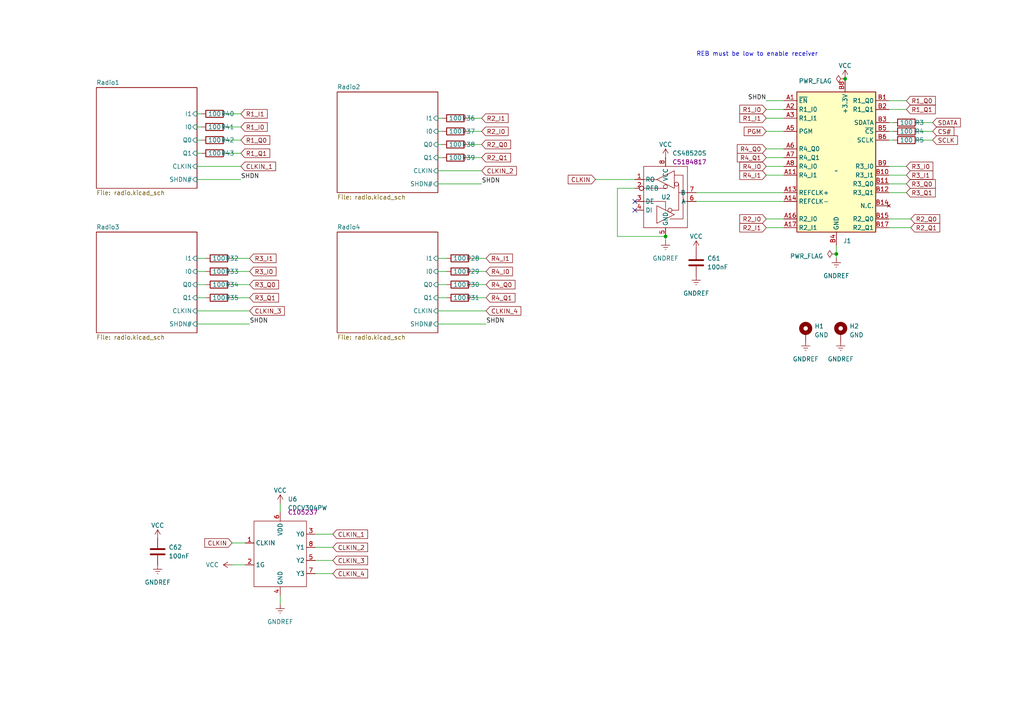
<source format=kicad_sch>
(kicad_sch (version 20231120) (generator "eeschema") (generator_version "8.0")
  (paper "A4")
  (lib_symbols
    (symbol "Device:C" (pin_numbers hide) (pin_names (offset 0.254))
      (property "Reference" "C" (at 0.635 2.54 0))
      (property "Value" "C" (at 0.635 -2.54 0))
      (symbol "C_0_1"
        (polyline (pts (xy -2.032 -0.762) (xy 2.032 -0.762)) (stroke (width 0.508)))
        (polyline (pts (xy -2.032 0.762) (xy 2.032 0.762)) (stroke (width 0.508)))
      )
      (symbol "C_1_1"
        (pin passive line (at 0 3.81 270) (length 2.794) (name "~") (number "1"))
        (pin passive line (at 0 -3.81 90) (length 2.794) (name "~") (number "2"))
      )
    )
    (symbol "Device:R" (pin_numbers hide) (pin_names (offset 0))
      (property "Reference" "R" (at 2.032 0 90))
      (property "Value" "R" (at 0 0 90))
      (symbol "R_0_1"
        (rectangle (start -1.016 -2.54) (end 1.016 2.54) (stroke (width 0.254)))
      )
      (symbol "R_1_1"
        (pin passive line (at 0 3.81 270) (length 1.27) (name "~") (number "1"))
        (pin passive line (at 0 -3.81 90) (length 1.27) (name "~") (number "2"))
      )
    )
    (symbol "Mechanical:MountingHole_Pad" (pin_numbers hide) (pin_names (offset 1.016) hide) (exclude_from_sim yes) (in_bom no)
      (property "Reference" "H" (at 0 6.35 0))
      (property "Value" "MountingHole_Pad" (at 0 4.445 0))
      (symbol "MountingHole_Pad_0_1"
        (circle (center 0 1.27) (radius 1.27) (stroke (width 1.27)))
      )
      (symbol "MountingHole_Pad_1_1"
        (pin input line (at 0 -2.54 90) (length 2.54) (name "1") (number "1"))
      )
    )
    (symbol "power:GNDREF" (power) (pin_numbers hide) (pin_names (offset 0) hide)
      (property "Value" "GNDREF" (at 0 -3.81 0))
      (symbol "GNDREF_0_1"
        (polyline (pts (xy -0.635 -1.905) (xy 0.635 -1.905)))
        (polyline (pts (xy -0.127 -2.54) (xy 0.127 -2.54)))
        (polyline (pts (xy 0 -1.27) (xy 0 0)))
        (polyline (pts (xy 1.27 -1.27) (xy -1.27 -1.27)))
      )
      (symbol "GNDREF_1_1"
        (pin power_in line (at 0 0 270) (length 0) (name "~") (number "1"))
      )
    )
    (symbol "power:PWR_FLAG" (power) (pin_numbers hide) (pin_names (offset 0) hide)
      (property "Value" "PWR_FLAG" (at 0 3.81 0))
      (symbol "PWR_FLAG_0_0"
        (pin power_out line (at 0 0 90) (length 0) (name "~") (number "1"))
      )
      (symbol "PWR_FLAG_0_1"
        (polyline (pts (xy 0 0) (xy 0 1.27) (xy -1.016 1.905) (xy 0 2.54) (xy 1.016 1.905) (xy 0 1.27)))
      )
    )
    (symbol "power:VCC" (power) (pin_numbers hide) (pin_names (offset 0) hide)
      (property "Value" "VCC" (at 0 3.556 0))
      (symbol "VCC_0_1"
        (polyline (pts (xy -0.762 1.27) (xy 0 2.54)))
        (polyline (pts (xy 0 0) (xy 0 2.54)))
        (polyline (pts (xy 0 2.54) (xy 0.762 1.27)))
      )
      (symbol "VCC_1_1"
        (pin power_in line (at 0 0 90) (length 0) (name "~") (number "1"))
      )
    )
    (symbol "tart:CS48520S"
      (property "Reference" "U" (at -3.81 7.62 0))
      (property "Value" "CS48520S" (at 5.08 10.16 0))
      (property "LCSC" "C5184817" (at -7.62 -11.43 0))
      (symbol "CS48520S_0_1"
        (rectangle (start -6.35 8.89) (end 6.35 -8.89))
        (polyline (pts (xy 2.54 -5.08) (xy -2.54 -2.54) (xy -2.54 -7.62) (xy 2.54 -5.08)))
      )
      (symbol "CS48520S_1_1"
        (circle (center -0.0415 2.9931) (radius 0.5843))
        (polyline (pts (xy -6.35 2.54) (xy 0 2.54)))
        (polyline (pts (xy -2.54 5.08) (xy -6.35 5.08)))
        (polyline (pts (xy -6.35 -1.27) (xy 0 -1.27) (xy 0 -3.81)))
        (polyline (pts (xy 3.81 1.27) (xy 3.81 -3.81) (xy 1.8291 -3.8245)))
        (polyline (pts (xy 5.08 -1.27) (xy 5.08 6.35) (xy 2.54 6.35)))
        (polyline (pts (xy 6.35 1.27) (xy 3.81 1.27) (xy 3.81 3.81)))
        (polyline (pts (xy 2.54 7.62) (xy -2.54 5.08) (xy 2.54 2.54) (xy 2.54 7.62)))
        (polyline (pts (xy 6.35 -1.27) (xy 5.08 -1.27) (xy 5.08 -6.35) (xy 1.27 -6.35)))
        (circle (center 1.27 -3.81) (radius 0.5843))
        (circle (center 3.1594 3.7414) (radius 0.5843))
        (pin output line (at -8.89 5.08 0) (length 2.54) (name "RO") (number "1"))
        (pin input inverted (at -8.89 2.54 0) (length 2.54) (name "REB") (number "2"))
        (pin input line (at -8.89 -1.27 0) (length 2.54) (name "DE") (number "3"))
        (pin input line (at -8.89 -3.81 0) (length 2.54) (name "DI") (number "4"))
        (pin power_in line (at 0 -11.43 90) (length 2.54) (name "GND") (number "5"))
        (pin bidirectional line (at 8.89 -1.27 180) (length 2.54) (name "A") (number "6"))
        (pin bidirectional line (at 8.89 1.27 180) (length 2.54) (name "B") (number "7"))
        (pin power_in line (at 0 11.43 270) (length 2.54) (name "VCC") (number "8"))
      )
    )
    (symbol "tart:LMK1C1104"
      (property "Reference" "U" (at 0 -0.254 0))
      (property "LCSC" "C2859546" (at 0 0 0))
      (symbol "LMK1C1104_0_1"
        (rectangle (start -7.62 8.89) (end 7.62 -10.16))
      )
      (symbol "LMK1C1104_1_1"
        (pin input line (at -10.16 2.54 0) (length 2.54) (name "CLKIN") (number "1"))
        (pin input line (at -10.16 -3.81 0) (length 2.54) (name "1G") (number "2"))
        (pin output line (at 10.16 5.08 180) (length 2.54) (name "Y0") (number "3"))
        (pin power_in line (at 0 -12.7 90) (length 2.54) (name "GND") (number "4"))
        (pin output line (at 10.16 -2.54 180) (length 2.54) (name "Y2") (number "5"))
        (pin power_in line (at 0 11.43 270) (length 2.54) (name "VDD") (number "6"))
        (pin output line (at 10.16 -6.35 180) (length 2.54) (name "Y3") (number "7"))
        (pin output line (at 10.16 1.27 180) (length 2.54) (name "Y1") (number "8"))
      )
    )
    (symbol "tart:TART-PCI-e Edge"
      (property "Reference" "J" (at 0 0 0))
      (symbol "TART-PCI-e Edge_0_1"
        (rectangle (start -11.43 22.86) (end 11.43 -17.78) (stroke (width 0.254)) (fill (type background)))
      )
      (symbol "TART-PCI-e Edge_1_1"
        (pin input line (at -15.24 20.32 0) (length 3.81) (name "~{EN}") (number "A1"))
        (pin passive line (at 2.54 26.67 270) (length 3.81) hide (name "+3.3V") (number "A10"))
        (pin output line (at -15.24 -1.27 0) (length 3.81) (name "R4_I1") (number "A11"))
        (pin passive line (at 0 -21.59 90) (length 3.81) hide (name "GND") (number "A12"))
        (pin input line (at -15.24 -6.35 0) (length 3.81) (name "REFCLK+") (number "A13"))
        (pin input line (at -15.24 -8.89 0) (length 3.81) (name "REFCLK-") (number "A14"))
        (pin passive line (at 0 -21.59 90) (length 3.81) hide (name "GND") (number "A15"))
        (pin output line (at -15.24 -13.97 0) (length 3.81) (name "R2_I0") (number "A16"))
        (pin output line (at -15.24 -16.51 0) (length 3.81) (name "R2_I1") (number "A17"))
        (pin passive line (at 0 -21.59 90) (length 3.81) hide (name "GND") (number "A18"))
        (pin output line (at -15.24 17.78 0) (length 3.81) (name "R1_I0") (number "A2"))
        (pin output line (at -15.24 15.24 0) (length 3.81) (name "R1_I1") (number "A3"))
        (pin passive line (at 0 -21.59 90) (length 3.81) hide (name "GND") (number "A4"))
        (pin input line (at -15.24 11.43 0) (length 3.81) (name "PGM") (number "A5"))
        (pin output line (at -15.24 6.35 0) (length 3.81) (name "R4_Q0") (number "A6"))
        (pin output line (at -15.24 3.81 0) (length 3.81) (name "R4_Q1") (number "A7"))
        (pin output line (at -15.24 1.27 0) (length 3.81) (name "R4_I0") (number "A8"))
        (pin passive line (at 2.54 26.67 270) (length 3.81) hide (name "+3.3V") (number "A9"))
        (pin output line (at 15.24 20.32 180) (length 3.81) (name "R1_Q0") (number "B1"))
        (pin output line (at 15.24 -1.27 180) (length 3.81) (name "R3_I1") (number "B10"))
        (pin output line (at 15.24 -3.81 180) (length 3.81) (name "R3_Q0") (number "B11"))
        (pin output line (at 15.24 -6.35 180) (length 3.81) (name "R3_Q1") (number "B12"))
        (pin passive line (at 0 -21.59 90) (length 3.81) hide (name "GND") (number "B13"))
        (pin no_connect line (at 15.24 -10.16 180) (length 3.81) (name "N.C.") (number "B14"))
        (pin output line (at 15.24 -13.97 180) (length 3.81) (name "R2_Q0") (number "B15"))
        (pin passive line (at 0 -21.59 90) (length 3.81) hide (name "GND") (number "B16"))
        (pin output line (at 15.24 -16.51 180) (length 3.81) (name "R2_Q1") (number "B17"))
        (pin passive line (at 0 -21.59 90) (length 3.81) hide (name "GND") (number "B18"))
        (pin output line (at 15.24 17.78 180) (length 3.81) (name "R1_Q1") (number "B2"))
        (pin input line (at 15.24 13.97 180) (length 3.81) (name "SDATA") (number "B3"))
        (pin power_in line (at 0 -21.59 90) (length 3.81) (name "GND") (number "B4"))
        (pin input line (at 15.24 11.43 180) (length 3.81) (name "~{CS}") (number "B5"))
        (pin input line (at 15.24 8.89 180) (length 3.81) (name "SCLK") (number "B6"))
        (pin passive line (at 0 -21.59 90) (length 3.81) hide (name "GND") (number "B7"))
        (pin power_in line (at 2.54 26.67 270) (length 3.81) (name "+3.3V") (number "B8"))
        (pin output line (at 15.24 1.27 180) (length 3.81) (name "R3_I0") (number "B9"))
      )
    )
  )
  (junction (at 242.57 73.66))
  (junction (at 245.11 22.86))
  (junction (at 193.04 68.58))
  (no_connect (at 184.15 58.42))
  (no_connect (at 184.15 60.96))
  (wire (pts (xy 127 41.91) (xy 128.27 41.91)))
  (wire (pts (xy 67.31 74.93) (xy 72.39 74.93)))
  (wire (pts (xy 137.16 78.74) (xy 140.97 78.74)))
  (wire (pts (xy 57.15 90.17) (xy 72.39 90.17)))
  (wire (pts (xy 242.57 71.12) (xy 242.57 73.66)))
  (wire (pts (xy 127 90.17) (xy 140.97 90.17)))
  (wire (pts (xy 127 38.1) (xy 128.27 38.1)))
  (wire (pts (xy 67.31 157.48) (xy 71.12 157.48)))
  (wire (pts (xy 67.31 78.74) (xy 72.39 78.74)))
  (wire (pts (xy 57.15 44.45) (xy 58.42 44.45)))
  (wire (pts (xy 257.81 31.75) (xy 262.89 31.75)))
  (wire (pts (xy 257.81 53.34) (xy 262.89 53.34)))
  (wire (pts (xy 91.44 154.94) (xy 96.52 154.94)))
  (wire (pts (xy 66.04 36.83) (xy 69.85 36.83)))
  (wire (pts (xy 67.31 163.83) (xy 71.12 163.83)))
  (wire (pts (xy 57.15 86.36) (xy 59.69 86.36)))
  (wire (pts (xy 266.7 38.1) (xy 270.51 38.1)))
  (wire (pts (xy 137.16 82.55) (xy 140.97 82.55)))
  (wire (pts (xy 222.25 50.8) (xy 227.33 50.8)))
  (wire (pts (xy 179.07 68.58) (xy 193.04 68.58)))
  (wire (pts (xy 66.04 40.64) (xy 69.85 40.64)))
  (wire (pts (xy 242.57 73.66) (xy 242.57 74.93)))
  (wire (pts (xy 266.7 40.64) (xy 270.51 40.64)))
  (wire (pts (xy 127 49.53) (xy 139.7 49.53)))
  (wire (pts (xy 257.81 63.5) (xy 264.16 63.5)))
  (wire (pts (xy 257.81 55.88) (xy 262.89 55.88)))
  (wire (pts (xy 257.81 48.26) (xy 262.89 48.26)))
  (wire (pts (xy 91.44 166.37) (xy 96.52 166.37)))
  (wire (pts (xy 66.04 33.02) (xy 69.85 33.02)))
  (wire (pts (xy 57.15 40.64) (xy 58.42 40.64)))
  (wire (pts (xy 222.25 31.75) (xy 227.33 31.75)))
  (wire (pts (xy 57.15 93.98) (xy 72.39 93.98)))
  (wire (pts (xy 257.81 38.1) (xy 259.08 38.1)))
  (wire (pts (xy 222.25 43.18) (xy 227.33 43.18)))
  (wire (pts (xy 201.93 55.88) (xy 227.33 55.88)))
  (wire (pts (xy 201.93 58.42) (xy 227.33 58.42)))
  (wire (pts (xy 135.89 41.91) (xy 139.7 41.91)))
  (wire (pts (xy 127 93.98) (xy 140.97 93.98)))
  (wire (pts (xy 135.89 38.1) (xy 139.7 38.1)))
  (wire (pts (xy 67.31 82.55) (xy 72.39 82.55)))
  (wire (pts (xy 127 78.74) (xy 129.54 78.74)))
  (wire (pts (xy 127 74.93) (xy 129.54 74.93)))
  (wire (pts (xy 91.44 158.75) (xy 96.52 158.75)))
  (wire (pts (xy 137.16 74.93) (xy 140.97 74.93)))
  (wire (pts (xy 172.72 52.07) (xy 184.15 52.07)))
  (wire (pts (xy 257.81 50.8) (xy 262.89 50.8)))
  (wire (pts (xy 257.81 35.56) (xy 259.08 35.56)))
  (wire (pts (xy 257.81 40.64) (xy 259.08 40.64)))
  (wire (pts (xy 222.25 48.26) (xy 227.33 48.26)))
  (wire (pts (xy 135.89 34.29) (xy 139.7 34.29)))
  (wire (pts (xy 222.25 34.29) (xy 227.33 34.29)))
  (wire (pts (xy 179.07 54.61) (xy 179.07 68.58)))
  (wire (pts (xy 266.7 35.56) (xy 270.51 35.56)))
  (wire (pts (xy 127 45.72) (xy 128.27 45.72)))
  (wire (pts (xy 67.31 86.36) (xy 72.39 86.36)))
  (wire (pts (xy 57.15 74.93) (xy 59.69 74.93)))
  (wire (pts (xy 222.25 66.04) (xy 227.33 66.04)))
  (wire (pts (xy 81.28 172.72) (xy 81.28 175.26)))
  (wire (pts (xy 57.15 78.74) (xy 59.69 78.74)))
  (wire (pts (xy 222.25 45.72) (xy 227.33 45.72)))
  (wire (pts (xy 193.04 69.85) (xy 193.04 68.58)))
  (wire (pts (xy 57.15 82.55) (xy 59.69 82.55)))
  (wire (pts (xy 257.81 66.04) (xy 264.16 66.04)))
  (wire (pts (xy 222.25 29.21) (xy 227.33 29.21)))
  (wire (pts (xy 127 53.34) (xy 139.7 53.34)))
  (wire (pts (xy 66.04 44.45) (xy 69.85 44.45)))
  (wire (pts (xy 57.15 33.02) (xy 58.42 33.02)))
  (wire (pts (xy 257.81 29.21) (xy 262.89 29.21)))
  (wire (pts (xy 184.15 54.61) (xy 179.07 54.61)))
  (wire (pts (xy 57.15 36.83) (xy 58.42 36.83)))
  (wire (pts (xy 137.16 86.36) (xy 140.97 86.36)))
  (wire (pts (xy 135.89 45.72) (xy 139.7 45.72)))
  (wire (pts (xy 222.25 38.1) (xy 227.33 38.1)))
  (wire (pts (xy 222.25 63.5) (xy 227.33 63.5)))
  (wire (pts (xy 127 86.36) (xy 129.54 86.36)))
  (wire (pts (xy 91.44 162.56) (xy 96.52 162.56)))
  (wire (pts (xy 127 34.29) (xy 128.27 34.29)))
  (wire (pts (xy 57.15 52.07) (xy 69.85 52.07)))
  (wire (pts (xy 81.28 146.05) (xy 81.28 148.59)))
  (wire (pts (xy 57.15 48.26) (xy 69.85 48.26)))
  (wire (pts (xy 127 82.55) (xy 129.54 82.55)))
  (text "REB must be low to enable receiver" (at 201.93 16.51 0) (effects (font (size 1.27 1.27)) (justify left bottom)))
  (label "SHDN" (at 72.39 93.98 0))
  (label "SHDN" (at 222.25 29.21 180))
  (label "SHDN" (at 139.7 53.34 0))
  (label "SHDN" (at 140.97 93.98 0))
  (label "SHDN" (at 69.85 52.07 0))
  (global_label "CLKIN_4" (shape input) (at 140.97 90.17 0) (property "Intersheetrefs" "${INTERSHEET_REFS}" (effects (hide yes))))
  (global_label "R3_Q1" (shape input) (at 72.39 86.36 0) (property "Intersheetrefs" "${INTERSHEET_REFS}" (effects (hide yes))))
  (global_label "CLKIN" (shape input) (at 172.72 52.07 180) (property "Intersheetrefs" "${INTERSHEET_REFS}" (effects (hide yes))))
  (global_label "R4_I0" (shape input) (at 222.25 48.26 180) (property "Intersheetrefs" "${INTERSHEET_REFS}" (effects (hide yes))))
  (global_label "SDATA" (shape input) (at 270.51 35.56 0) (property "Intersheetrefs" "${INTERSHEET_REFS}" (effects (hide yes))))
  (global_label "R4_I1" (shape input) (at 222.25 50.8 180) (property "Intersheetrefs" "${INTERSHEET_REFS}" (effects (hide yes))))
  (global_label "CLKIN_3" (shape input) (at 96.52 162.56 0) (property "Intersheetrefs" "${INTERSHEET_REFS}" (effects (hide yes))))
  (global_label "R4_Q0" (shape input) (at 140.97 82.55 0) (property "Intersheetrefs" "${INTERSHEET_REFS}" (effects (hide yes))))
  (global_label "R3_Q0" (shape input) (at 262.89 53.34 0) (property "Intersheetrefs" "${INTERSHEET_REFS}" (effects (hide yes))))
  (global_label "R4_Q1" (shape input) (at 222.25 45.72 180) (property "Intersheetrefs" "${INTERSHEET_REFS}" (effects (hide yes))))
  (global_label "R4_I0" (shape input) (at 140.97 78.74 0) (property "Intersheetrefs" "${INTERSHEET_REFS}" (effects (hide yes))))
  (global_label "SCLK" (shape input) (at 270.51 40.64 0) (property "Intersheetrefs" "${INTERSHEET_REFS}" (effects (hide yes))))
  (global_label "R3_I0" (shape input) (at 72.39 78.74 0) (property "Intersheetrefs" "${INTERSHEET_REFS}" (effects (hide yes))))
  (global_label "R1_Q1" (shape input) (at 262.89 31.75 0) (property "Intersheetrefs" "${INTERSHEET_REFS}" (effects (hide yes))))
  (global_label "CLKIN_3" (shape input) (at 72.39 90.17 0) (property "Intersheetrefs" "${INTERSHEET_REFS}" (effects (hide yes))))
  (global_label "R4_Q0" (shape input) (at 222.25 43.18 180) (property "Intersheetrefs" "${INTERSHEET_REFS}" (effects (hide yes))))
  (global_label "R1_Q1" (shape input) (at 69.85 44.45 0) (property "Intersheetrefs" "${INTERSHEET_REFS}" (effects (hide yes))))
  (global_label "R3_Q0" (shape input) (at 72.39 82.55 0) (property "Intersheetrefs" "${INTERSHEET_REFS}" (effects (hide yes))))
  (global_label "R1_I1" (shape input) (at 69.85 33.02 0) (property "Intersheetrefs" "${INTERSHEET_REFS}" (effects (hide yes))))
  (global_label "CLKIN_1" (shape input) (at 69.85 48.26 0) (property "Intersheetrefs" "${INTERSHEET_REFS}" (effects (hide yes))))
  (global_label "R2_I0" (shape input) (at 139.7 38.1 0) (property "Intersheetrefs" "${INTERSHEET_REFS}" (effects (hide yes))))
  (global_label "R3_Q1" (shape input) (at 262.89 55.88 0) (property "Intersheetrefs" "${INTERSHEET_REFS}" (effects (hide yes))))
  (global_label "R3_I1" (shape input) (at 262.89 50.8 0) (property "Intersheetrefs" "${INTERSHEET_REFS}" (effects (hide yes))))
  (global_label "R2_Q1" (shape input) (at 139.7 45.72 0) (property "Intersheetrefs" "${INTERSHEET_REFS}" (effects (hide yes))))
  (global_label "CLKIN_2" (shape input) (at 96.52 158.75 0) (property "Intersheetrefs" "${INTERSHEET_REFS}" (effects (hide yes))))
  (global_label "R3_I1" (shape input) (at 72.39 74.93 0) (property "Intersheetrefs" "${INTERSHEET_REFS}" (effects (hide yes))))
  (global_label "PGM" (shape input) (at 222.25 38.1 180) (property "Intersheetrefs" "${INTERSHEET_REFS}" (effects (hide yes))))
  (global_label "CLKIN_1" (shape input) (at 96.52 154.94 0) (property "Intersheetrefs" "${INTERSHEET_REFS}" (effects (hide yes))))
  (global_label "CLKIN_2" (shape input) (at 139.7 49.53 0) (property "Intersheetrefs" "${INTERSHEET_REFS}" (effects (hide yes))))
  (global_label "R1_I1" (shape input) (at 222.25 34.29 180) (property "Intersheetrefs" "${INTERSHEET_REFS}" (effects (hide yes))))
  (global_label "R2_I1" (shape input) (at 222.25 66.04 180) (property "Intersheetrefs" "${INTERSHEET_REFS}" (effects (hide yes))))
  (global_label "CLKIN_4" (shape input) (at 96.52 166.37 0) (property "Intersheetrefs" "${INTERSHEET_REFS}" (effects (hide yes))))
  (global_label "R2_Q0" (shape input) (at 139.7 41.91 0) (property "Intersheetrefs" "${INTERSHEET_REFS}" (effects (hide yes))))
  (global_label "CS#" (shape input) (at 270.51 38.1 0) (property "Intersheetrefs" "${INTERSHEET_REFS}" (effects (hide yes))))
  (global_label "R1_Q0" (shape input) (at 262.89 29.21 0) (property "Intersheetrefs" "${INTERSHEET_REFS}" (effects (hide yes))))
  (global_label "R1_I0" (shape input) (at 69.85 36.83 0) (property "Intersheetrefs" "${INTERSHEET_REFS}" (effects (hide yes))))
  (global_label "CLKIN" (shape input) (at 67.31 157.48 180) (property "Intersheetrefs" "${INTERSHEET_REFS}" (effects (hide yes))))
  (global_label "R4_I1" (shape input) (at 140.97 74.93 0) (property "Intersheetrefs" "${INTERSHEET_REFS}" (effects (hide yes))))
  (global_label "R2_Q1" (shape input) (at 264.16 66.04 0) (property "Intersheetrefs" "${INTERSHEET_REFS}" (effects (hide yes))))
  (global_label "R3_I0" (shape input) (at 262.89 48.26 0) (property "Intersheetrefs" "${INTERSHEET_REFS}" (effects (hide yes))))
  (global_label "R2_I1" (shape input) (at 139.7 34.29 0) (property "Intersheetrefs" "${INTERSHEET_REFS}" (effects (hide yes))))
  (global_label "R2_I0" (shape input) (at 222.25 63.5 180) (property "Intersheetrefs" "${INTERSHEET_REFS}" (effects (hide yes))))
  (global_label "R2_Q0" (shape input) (at 264.16 63.5 0) (property "Intersheetrefs" "${INTERSHEET_REFS}" (effects (hide yes))))
  (global_label "R1_Q0" (shape input) (at 69.85 40.64 0) (property "Intersheetrefs" "${INTERSHEET_REFS}" (effects (hide yes))))
  (global_label "R1_I0" (shape input) (at 222.25 31.75 180) (property "Intersheetrefs" "${INTERSHEET_REFS}" (effects (hide yes))))
  (global_label "R4_Q1" (shape input) (at 140.97 86.36 0) (property "Intersheetrefs" "${INTERSHEET_REFS}" (effects (hide yes))))
  (symbol (lib_id "Mechanical:MountingHole_Pad") (at 243.84 96.52 0) (unit 1) (in_bom no)
    (property "Reference" "H2" (at 246.38 94.615 0) (effects (justify left)))
    (property "Value" "GND" (at 246.38 97.155 0) (effects (justify left)))
    (property "Footprint" "MountingHole:MountingHole_3.2mm_M3_ISO7380_Pad" (effects (hide yes)))
    (property "Description" "Mounting Hole with connection" (effects (hide yes)))
  )
  (symbol (lib_id "power:GNDREF") (at 243.84 99.06 0) (unit 1)
    (property "Reference" "#PWR02" (effects (hide yes)))
    (property "Value" "GNDREF" (at 243.84 104.14 0))
    (property "Description" "Power symbol creates a global label with name \"GNDREF\" , reference supply ground" (effects (hide yes)))
  )
  (symbol (lib_id "power:PWR_FLAG") (at 245.11 22.86 90) (unit 1)
    (property "Reference" "#FLG02" (effects (hide yes)))
    (property "Value" "PWR_FLAG" (at 241.3 23.495 90) (effects (justify left)))
    (property "Description" "Special symbol for telling ERC where power comes from" (effects (hide yes)))
  )
  (symbol (lib_id "Device:R") (at 132.08 41.91 90) (unit 1)
    (property "Reference" "R38" (at 135.89 41.91 90))
    (property "Value" "100" (at 132.08 41.91 90))
    (property "Footprint" "Resistor_SMD:R_0402_1005Metric" (effects (hide yes)))
    (property "Description" "Resistor" (effects (hide yes)))
    (property "LCSC" "C25076" (effects (hide yes)))
  )
  (symbol (lib_id "power:GNDREF") (at 233.68 99.06 0) (unit 1)
    (property "Reference" "#PWR01" (effects (hide yes)))
    (property "Value" "GNDREF" (at 233.68 104.14 0))
    (property "Description" "Power symbol creates a global label with name \"GNDREF\" , reference supply ground" (effects (hide yes)))
  )
  (symbol (lib_id "Mechanical:MountingHole_Pad") (at 233.68 96.52 0) (unit 1) (in_bom no)
    (property "Reference" "H1" (at 236.22 94.615 0) (effects (justify left)))
    (property "Value" "GND" (at 236.22 97.155 0) (effects (justify left)))
    (property "Footprint" "MountingHole:MountingHole_3.2mm_M3_ISO7380_Pad" (effects (hide yes)))
    (property "Description" "Mounting Hole with connection" (effects (hide yes)))
  )
  (symbol (lib_id "Device:R") (at 63.5 74.93 90) (unit 1)
    (property "Reference" "R32" (at 67.31 74.93 90))
    (property "Value" "100" (at 63.5 74.93 90))
    (property "Footprint" "Resistor_SMD:R_0402_1005Metric" (effects (hide yes)))
    (property "Description" "Resistor" (effects (hide yes)))
    (property "LCSC" "C25076" (effects (hide yes)))
  )
  (symbol (lib_id "Device:C") (at 201.93 76.2 0) (unit 1)
    (property "Reference" "C61" (at 205.105 74.93 0) (effects (justify left)))
    (property "Value" "100nF" (at 205.105 77.47 0) (effects (justify left)))
    (property "Footprint" "Capacitor_SMD:C_0402_1005Metric" (effects (hide yes)))
    (property "Description" "Unpolarized capacitor" (effects (hide yes)))
    (property "LCSC" "C1525" (effects (hide yes)))
  )
  (symbol (lib_id "tart:CS48520S") (at 193.04 57.15 0) (unit 1)
    (property "Reference" "U2" (at 191.77 57.15 0) (effects (justify left)))
    (property "Value" "CS48520S" (at 194.9959 44.45 0) (effects (justify left)))
    (property "Footprint" "Package_SO:SOIC-8_3.9x4.9mm_P1.27mm" (effects (hide yes)))
    (property "Datasheet" "http://e.chipanalog.com/product/cs48520s/" (effects (hide yes)))
    (property "Description" "The CS485xx family of devices are low-power half-duplex transceivers for RS-485/RS-422 communications" (effects (hide yes)))
    (property "LCSC" "C5184817" (at 194.9959 46.99 0) (effects (justify left)))
  )
  (symbol (lib_id "power:GNDREF") (at 193.04 69.85 0) (unit 1)
    (property "Reference" "#PWR024" (effects (hide yes)))
    (property "Value" "GNDREF" (at 193.04 74.93 0))
    (property "Description" "Power symbol creates a global label with name \"GNDREF\" , reference supply ground" (effects (hide yes)))
  )
  (symbol (lib_id "power:GNDREF") (at 242.57 74.93 0) (unit 1)
    (property "Reference" "#PWR07" (effects (hide yes)))
    (property "Value" "GNDREF" (at 242.57 80.01 0))
    (property "Description" "Power symbol creates a global label with name \"GNDREF\" , reference supply ground" (effects (hide yes)))
  )
  (symbol (lib_id "Device:R") (at 62.23 44.45 90) (unit 1)
    (property "Reference" "R43" (at 66.04 44.45 90))
    (property "Value" "100" (at 62.23 44.45 90))
    (property "Footprint" "Resistor_SMD:R_0402_1005Metric" (effects (hide yes)))
    (property "Description" "Resistor" (effects (hide yes)))
    (property "LCSC" "C25076" (effects (hide yes)))
  )
  (symbol (lib_id "power:VCC") (at 201.93 72.39 0) (unit 1)
    (property "Reference" "#PWR08" (effects (hide yes)))
    (property "Value" "VCC" (at 201.93 68.58 0))
    (property "Description" "Power symbol creates a global label with name \"VCC\"" (effects (hide yes)))
  )
  (symbol (lib_id "power:VCC") (at 193.04 45.72 0) (unit 1)
    (property "Reference" "#PWR025" (effects (hide yes)))
    (property "Value" "VCC" (at 193.04 41.91 0))
    (property "Description" "Power symbol creates a global label with name \"VCC\"" (effects (hide yes)))
  )
  (symbol (lib_id "Device:R") (at 62.23 36.83 90) (unit 1)
    (property "Reference" "R41" (at 66.04 36.83 90))
    (property "Value" "100" (at 62.23 36.83 90))
    (property "Footprint" "Resistor_SMD:R_0402_1005Metric" (effects (hide yes)))
    (property "Description" "Resistor" (effects (hide yes)))
    (property "LCSC" "C25076" (effects (hide yes)))
  )
  (symbol (lib_id "tart:TART-PCI-e Edge") (at 242.57 49.53 0) (unit 1) (in_bom no)
    (property "Reference" "J1" (at 244.5259 69.85 0) (effects (justify left)))
    (property "Value" "~" (at 242.57 49.53 0))
    (property "Footprint" "Connector_PCBEdge:BUS_PCIexpress_x1" (effects (hide yes)))
  )
  (symbol (lib_id "Device:R") (at 133.35 78.74 90) (unit 1)
    (property "Reference" "R29" (at 137.16 78.74 90))
    (property "Value" "100" (at 133.35 78.74 90))
    (property "Footprint" "Resistor_SMD:R_0402_1005Metric" (effects (hide yes)))
    (property "Description" "Resistor" (effects (hide yes)))
    (property "LCSC" "C25076" (effects (hide yes)))
  )
  (symbol (lib_id "Device:R") (at 63.5 78.74 90) (unit 1)
    (property "Reference" "R33" (at 67.31 78.74 90))
    (property "Value" "100" (at 63.5 78.74 90))
    (property "Footprint" "Resistor_SMD:R_0402_1005Metric" (effects (hide yes)))
    (property "Description" "Resistor" (effects (hide yes)))
    (property "LCSC" "C25076" (effects (hide yes)))
  )
  (symbol (lib_id "power:GNDREF") (at 201.93 80.01 0) (unit 1)
    (property "Reference" "#PWR05" (effects (hide yes)))
    (property "Value" "GNDREF" (at 201.93 85.09 0))
    (property "Description" "Power symbol creates a global label with name \"GNDREF\" , reference supply ground" (effects (hide yes)))
  )
  (symbol (lib_id "power:GNDREF") (at 81.28 175.26 0) (unit 1)
    (property "Reference" "#PWR09" (effects (hide yes)))
    (property "Value" "GNDREF" (at 81.28 180.34 0))
    (property "Description" "Power symbol creates a global label with name \"GNDREF\" , reference supply ground" (effects (hide yes)))
  )
  (symbol (lib_id "Device:R") (at 133.35 82.55 90) (unit 1)
    (property "Reference" "R30" (at 137.16 82.55 90))
    (property "Value" "100" (at 133.35 82.55 90))
    (property "Footprint" "Resistor_SMD:R_0402_1005Metric" (effects (hide yes)))
    (property "Description" "Resistor" (effects (hide yes)))
    (property "LCSC" "C25076" (effects (hide yes)))
  )
  (symbol (lib_id "Device:R") (at 133.35 74.93 90) (unit 1)
    (property "Reference" "R28" (at 137.16 74.93 90))
    (property "Value" "100" (at 133.35 74.93 90))
    (property "Footprint" "Resistor_SMD:R_0402_1005Metric" (effects (hide yes)))
    (property "Description" "Resistor" (effects (hide yes)))
    (property "LCSC" "C25076" (effects (hide yes)))
  )
  (symbol (lib_id "Device:R") (at 132.08 34.29 90) (unit 1)
    (property "Reference" "R36" (at 135.89 34.29 90))
    (property "Value" "100" (at 132.08 34.29 90))
    (property "Footprint" "Resistor_SMD:R_0402_1005Metric" (effects (hide yes)))
    (property "Description" "Resistor" (effects (hide yes)))
    (property "LCSC" "C25076" (effects (hide yes)))
  )
  (symbol (lib_id "power:VCC") (at 81.28 146.05 0) (unit 1)
    (property "Reference" "#PWR010" (effects (hide yes)))
    (property "Value" "VCC" (at 81.28 142.24 0))
    (property "Description" "Power symbol creates a global label with name \"VCC\"" (effects (hide yes)))
  )
  (symbol (lib_id "Device:R") (at 262.89 40.64 90) (unit 1)
    (property "Reference" "R5" (at 266.7 40.64 90))
    (property "Value" "100" (at 262.89 40.64 90))
    (property "Footprint" "Resistor_SMD:R_0402_1005Metric" (effects (hide yes)))
    (property "Description" "Resistor" (effects (hide yes)))
    (property "LCSC" "C25076" (effects (hide yes)))
  )
  (symbol (lib_id "power:VCC") (at 67.31 163.83 90) (unit 1)
    (property "Reference" "#PWR013" (effects (hide yes)))
    (property "Value" "VCC" (at 63.5 163.8299 90) (effects (justify left)))
    (property "Description" "Power symbol creates a global label with name \"VCC\"" (effects (hide yes)))
  )
  (symbol (lib_id "Device:R") (at 262.89 38.1 90) (unit 1)
    (property "Reference" "R4" (at 266.7 38.1 90))
    (property "Value" "100" (at 262.89 38.1 90))
    (property "Footprint" "Resistor_SMD:R_0402_1005Metric" (effects (hide yes)))
    (property "Description" "Resistor" (effects (hide yes)))
    (property "LCSC" "C25076" (effects (hide yes)))
  )
  (symbol (lib_id "Device:R") (at 62.23 40.64 90) (unit 1)
    (property "Reference" "R42" (at 66.04 40.64 90))
    (property "Value" "100" (at 62.23 40.64 90))
    (property "Footprint" "Resistor_SMD:R_0402_1005Metric" (effects (hide yes)))
    (property "Description" "Resistor" (effects (hide yes)))
    (property "LCSC" "C25076" (effects (hide yes)))
  )
  (symbol (lib_id "power:GNDREF") (at 45.72 163.83 0) (unit 1)
    (property "Reference" "#PWR012" (effects (hide yes)))
    (property "Value" "GNDREF" (at 45.72 168.91 0))
    (property "Description" "Power symbol creates a global label with name \"GNDREF\" , reference supply ground" (effects (hide yes)))
  )
  (symbol (lib_id "power:VCC") (at 45.72 156.21 0) (unit 1)
    (property "Reference" "#PWR011" (effects (hide yes)))
    (property "Value" "VCC" (at 45.72 152.4 0))
    (property "Description" "Power symbol creates a global label with name \"VCC\"" (effects (hide yes)))
  )
  (symbol (lib_id "Device:C") (at 45.72 160.02 0) (unit 1)
    (property "Reference" "C62" (at 48.895 158.75 0) (effects (justify left)))
    (property "Value" "100nF" (at 48.895 161.29 0) (effects (justify left)))
    (property "Footprint" "Capacitor_SMD:C_0402_1005Metric" (effects (hide yes)))
    (property "Description" "Unpolarized capacitor" (effects (hide yes)))
    (property "LCSC" "C1525" (effects (hide yes)))
  )
  (symbol (lib_id "Device:R") (at 63.5 82.55 90) (unit 1)
    (property "Reference" "R34" (at 67.31 82.55 90))
    (property "Value" "100" (at 63.5 82.55 90))
    (property "Footprint" "Resistor_SMD:R_0402_1005Metric" (effects (hide yes)))
    (property "Description" "Resistor" (effects (hide yes)))
    (property "LCSC" "C25076" (effects (hide yes)))
  )
  (symbol (lib_id "Device:R") (at 262.89 35.56 90) (unit 1)
    (property "Reference" "R3" (at 266.7 35.56 90))
    (property "Value" "100" (at 262.89 35.56 90))
    (property "Footprint" "Resistor_SMD:R_0402_1005Metric" (effects (hide yes)))
    (property "Description" "Resistor" (effects (hide yes)))
    (property "LCSC" "C25076" (effects (hide yes)))
  )
  (symbol (lib_id "Device:R") (at 132.08 45.72 90) (unit 1)
    (property "Reference" "R39" (at 135.89 45.72 90))
    (property "Value" "100" (at 132.08 45.72 90))
    (property "Footprint" "Resistor_SMD:R_0402_1005Metric" (effects (hide yes)))
    (property "Description" "Resistor" (effects (hide yes)))
    (property "LCSC" "C25076" (effects (hide yes)))
  )
  (symbol (lib_id "power:PWR_FLAG") (at 242.57 73.66 90) (unit 1)
    (property "Reference" "#FLG01" (effects (hide yes)))
    (property "Value" "PWR_FLAG" (at 238.76 74.295 90) (effects (justify left)))
    (property "Description" "Special symbol for telling ERC where power comes from" (effects (hide yes)))
  )
  (symbol (lib_id "Device:R") (at 63.5 86.36 90) (unit 1)
    (property "Reference" "R35" (at 67.31 86.36 90))
    (property "Value" "100" (at 63.5 86.36 90))
    (property "Footprint" "Resistor_SMD:R_0402_1005Metric" (effects (hide yes)))
    (property "Description" "Resistor" (effects (hide yes)))
    (property "LCSC" "C25076" (effects (hide yes)))
  )
  (symbol (lib_id "power:VCC") (at 245.11 22.86 0) (unit 1)
    (property "Reference" "#PWR06" (effects (hide yes)))
    (property "Value" "VCC" (at 245.11 19.05 0))
    (property "Description" "Power symbol creates a global label with name \"VCC\"" (effects (hide yes)))
  )
  (symbol (lib_id "tart:LMK1C1104") (at 81.28 160.02 0) (unit 1)
    (property "Reference" "U6" (at 83.4741 144.78 0) (effects (justify left)))
    (property "Value" "CDCV304PW" (at 83.4741 147.32 0) (effects (justify left)))
    (property "Footprint" "Package_SO:TSSOP-8_4.4x3mm_P0.65mm" (effects (hide yes)))
    (property "Datasheet" "https://www.ti.com/general/docs/suppproductinfo.tsp?distId=10&gotoUrl=https%3A%2F%2Fwww.ti.com%2Flit%2Fgpn%2Flmk1c1104" (effects (hide yes)))
    (property "Description" "CLK BUFFER 1:4 250MHZ" (effects (hide yes)))
    (property "LCSC" "C105237" (at 83.4741 148.59 0) (effects (justify left)))
  )
  (symbol (lib_id "Device:R") (at 133.35 86.36 90) (unit 1)
    (property "Reference" "R31" (at 137.16 86.36 90))
    (property "Value" "100" (at 133.35 86.36 90))
    (property "Footprint" "Resistor_SMD:R_0402_1005Metric" (effects (hide yes)))
    (property "Description" "Resistor" (effects (hide yes)))
    (property "LCSC" "C25076" (effects (hide yes)))
  )
  (symbol (lib_id "Device:R") (at 62.23 33.02 90) (unit 1)
    (property "Reference" "R40" (at 66.04 33.02 90))
    (property "Value" "100" (at 62.23 33.02 90))
    (property "Footprint" "Resistor_SMD:R_0402_1005Metric" (effects (hide yes)))
    (property "Description" "Resistor" (effects (hide yes)))
    (property "LCSC" "C25076" (effects (hide yes)))
  )
  (symbol (lib_id "Device:R") (at 132.08 38.1 90) (unit 1)
    (property "Reference" "R37" (at 135.89 38.1 90))
    (property "Value" "100" (at 132.08 38.1 90))
    (property "Footprint" "Resistor_SMD:R_0402_1005Metric" (effects (hide yes)))
    (property "Description" "Resistor" (effects (hide yes)))
    (property "LCSC" "C25076" (effects (hide yes)))
  )
  (sheet (at 97.79 26.67) (size 29.21 29.21) (stroke (width 0.1524))
    (property "Sheetname" "Radio2" (at 97.79 25.9584 0) (effects (justify left bottom)))
    (property "Sheetfile" "radio.kicad_sch" (at 97.79 56.4646 0) (effects (justify left top)))
    (pin "I1" input (at 127 34.29 0))
    (pin "I0" input (at 127 38.1 0))
    (pin "Q0" input (at 127 41.91 0))
    (pin "Q1" input (at 127 45.72 0))
    (pin "CLKIN" input (at 127 49.53 0))
    (pin "SHDN#" input (at 127 53.34 0))
  )
  (sheet (at 27.94 25.4) (size 29.21 29.21) (stroke (width 0.1524))
    (property "Sheetname" "Radio1" (at 27.94 24.6884 0) (effects (justify left bottom)))
    (property "Sheetfile" "radio.kicad_sch" (at 27.94 55.1946 0) (effects (justify left top)))
    (pin "I1" input (at 57.15 33.02 0))
    (pin "I0" input (at 57.15 36.83 0))
    (pin "Q0" input (at 57.15 40.64 0))
    (pin "Q1" input (at 57.15 44.45 0))
    (pin "CLKIN" input (at 57.15 48.26 0))
    (pin "SHDN#" input (at 57.15 52.07 0))
  )
  (sheet (at 27.94 67.31) (size 29.21 29.21) (stroke (width 0.1524))
    (property "Sheetname" "Radio3" (at 27.94 66.5984 0) (effects (justify left bottom)))
    (property "Sheetfile" "radio.kicad_sch" (at 27.94 97.1046 0) (effects (justify left top)))
    (pin "I1" input (at 57.15 74.93 0))
    (pin "I0" input (at 57.15 78.74 0))
    (pin "Q0" input (at 57.15 82.55 0))
    (pin "Q1" input (at 57.15 86.36 0))
    (pin "CLKIN" input (at 57.15 90.17 0))
    (pin "SHDN#" input (at 57.15 93.98 0))
  )
  (sheet (at 97.79 67.31) (size 29.21 29.21) (stroke (width 0.1524))
    (property "Sheetname" "Radio4" (at 97.79 66.5984 0) (effects (justify left bottom)))
    (property "Sheetfile" "radio.kicad_sch" (at 97.79 97.1046 0) (effects (justify left top)))
    (pin "I1" input (at 127 74.93 0))
    (pin "I0" input (at 127 78.74 0))
    (pin "Q0" input (at 127 82.55 0))
    (pin "Q1" input (at 127 86.36 0))
    (pin "CLKIN" input (at 127 90.17 0))
    (pin "SHDN#" input (at 127 93.98 0))
  )
)
</source>
